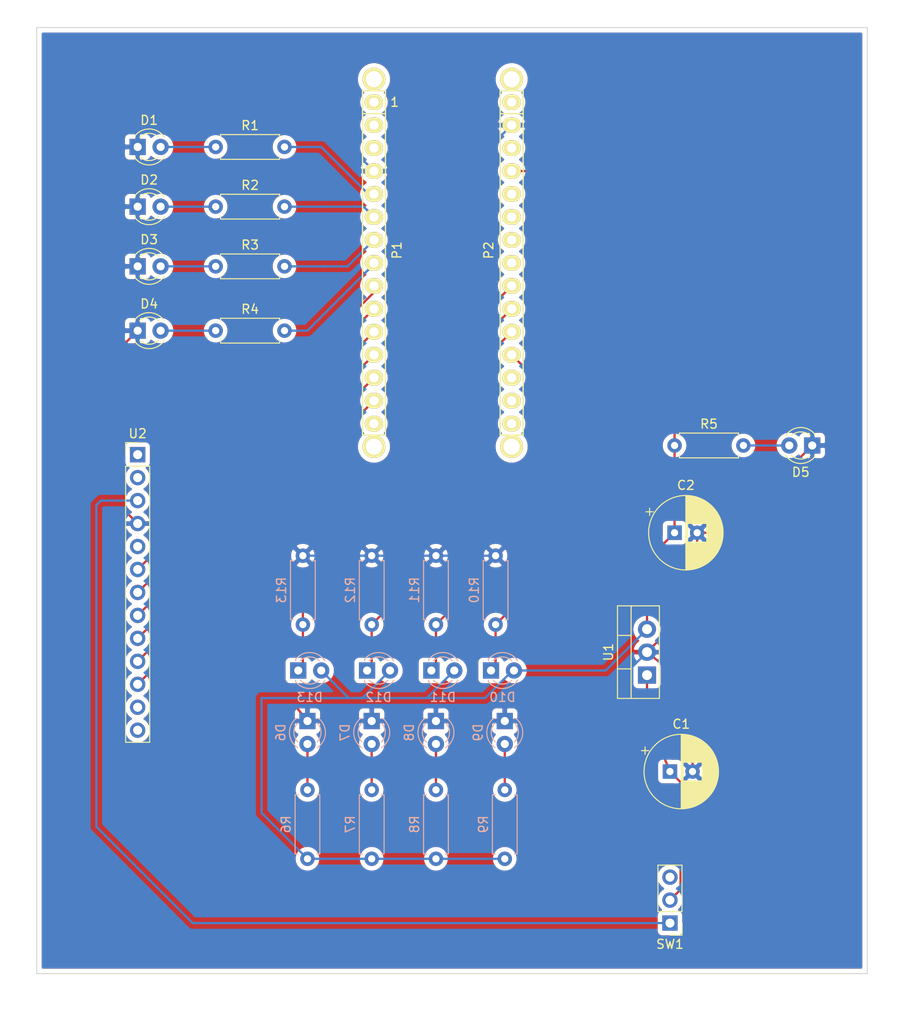
<source format=kicad_pcb>
(kicad_pcb (version 20171130) (host pcbnew "(5.1.10)-1")
  (title_block (date "jeu. 02 avril 2015"))
  (layers (0 F.Cu signal) (31 B.Cu signal) (34 B.Paste user) (35 F.Paste user) (36 B.SilkS user) (37 F.SilkS user) (38 B.Mask user) (39 F.Mask user) (44 Edge.Cuts user))
  (net 0 "")
  (net 1 "/1(Tx)")
  (net 2 "/0(Rx)")
  (net 3 /Reset)
  (net 4 GND)
  (net 5 /Vin)
  (net 6 +5V)
  (net 7 /A7)
  (net 8 /A6)
  (net 9 /A5)
  (net 10 /A4)
  (net 11 /AREF)
  (net 12 "/13(SCK)")
  (net 13 "Net-(P3-Pad1)")
  (net 14 "Net-(P4-Pad1)")
  (net 15 "Net-(P5-Pad1)")
  (net 16 "Net-(P6-Pad1)")
  (net 17 +3V3)
  (net 18 "/12(MISO)")
  (net 19 "Net-(C1-Pad1)")
  (net 20 "Net-(D1-Pad2)")
  (net 21 "Net-(D2-Pad2)")
  (net 22 "Net-(D3-Pad2)")
  (net 23 "Net-(D4-Pad2)")
  (net 24 "Net-(D5-Pad2)")
  (net 25 "Net-(D6-Pad2)")
  (net 26 "Net-(D7-Pad2)")
  (net 27 "Net-(D8-Pad2)")
  (net 28 "Net-(D9-Pad2)")
  (net 29 /ADC0)
  (net 30 /LED0)
  (net 31 /LED1)
  (net 32 /LED2)
  (net 33 /LED3)
  (net 34 /PWM_L)
  (net 35 /DIR0_L)
  (net 36 /DIR1_L)
  (net 37 /DIR0_R)
  (net 38 /DIR1_R)
  (net 39 /PWM_R)
  (net 40 /ADC3)
  (net 41 /ADC2)
  (net 42 +BATT)
  (net 43 /OUT4)
  (net 44 /OUT3)
  (net 45 /OUT2)
  (net 46 /OUT1)
  (net 47 /ADC1)
  (net 48 "Net-(U2-Pad5)")
  (module Connector_PinHeader_2.54mm:PinHeader_1x13_P2.54mm_Vertical (layer F.Cu) (at 113.284 110.236)
    (fp_text reference U2 (at 0 -2.33) (layer F.SilkS))
    (fp_text value L298N)
    (pad 13 thru_hole oval (at 0 30.48) (size 1.7 1.7) (drill 1) (layers *.Cu *.Mask) (net 44 /OUT3))
    (pad 12 thru_hole oval (at 0 27.94) (size 1.7 1.7) (drill 1) (layers *.Cu *.Mask) (net 43 /OUT4))
    (pad 11 thru_hole oval (at 0 25.4) (size 1.7 1.7) (drill 1) (layers *.Cu *.Mask) (net 39 /PWM_R))
    (pad 10 thru_hole oval (at 0 22.86) (size 1.7 1.7) (drill 1) (layers *.Cu *.Mask) (net 38 /DIR1_R))
    (pad 9 thru_hole oval (at 0 20.32) (size 1.7 1.7) (drill 1) (layers *.Cu *.Mask) (net 37 /DIR0_R))
    (pad 8 thru_hole oval (at 0 17.78) (size 1.7 1.7) (drill 1) (layers *.Cu *.Mask) (net 36 /DIR1_L))
    (pad 7 thru_hole oval (at 0 15.24) (size 1.7 1.7) (drill 1) (layers *.Cu *.Mask) (net 35 /DIR0_L))
    (pad 6 thru_hole oval (at 0 12.7) (size 1.7 1.7) (drill 1) (layers *.Cu *.Mask) (net 34 /PWM_L))
    (pad 5 thru_hole oval (at 0 10.16) (size 1.7 1.7) (drill 1) (layers *.Cu *.Mask) (net 48 "Net-(U2-Pad5)"))
    (pad 4 thru_hole oval (at 0 7.62) (size 1.7 1.7) (drill 1) (layers *.Cu *.Mask) (net 4 GND))
    (pad 3 thru_hole oval (at 0 5.08) (size 1.7 1.7) (drill 1) (layers *.Cu *.Mask) (net 42 +BATT))
    (pad 2 thru_hole oval (at 0 2.54) (size 1.7 1.7) (drill 1) (layers *.Cu *.Mask) (net 45 /OUT2))
    (pad 1 thru_hole rect (at 0 0) (size 1.7 1.7) (drill 1) (layers *.Cu *.Mask) (net 46 /OUT1))
  )
  (module Package_TO_SOT_THT:TO-220-3_Vertical (layer F.Cu) (at 169.672 134.62 90)
    (fp_text reference U1 (at 2.54 -4.27 90) (layer F.SilkS))
    (fp_text value LM7805_TO220)
    (pad 3 thru_hole oval (at 5.08 0 90) (size 1.905 2) (drill 1.1) (layers *.Cu *.Mask) (net 6 +5V))
    (pad 2 thru_hole oval (at 2.54 0 90) (size 1.905 2) (drill 1.1) (layers *.Cu *.Mask) (net 4 GND))
    (pad 1 thru_hole rect (at 0 0 90) (size 1.905 2) (drill 1.1) (layers *.Cu *.Mask) (net 19 "Net-(C1-Pad1)"))
  )
  (module Connector_PinHeader_2.54mm:PinHeader_1x03_P2.54mm_Vertical (layer F.Cu) (at 172.212 162.052 180)
    (fp_text reference SW1 (at 0 -2.33) (layer F.SilkS))
    (fp_text value SW_DIP_x01)
    (pad 3 thru_hole oval (at 0 5.08 180) (size 1.7 1.7) (drill 1) (layers *.Cu *.Mask))
    (pad 2 thru_hole oval (at 0 2.54 180) (size 1.7 1.7) (drill 1) (layers *.Cu *.Mask) (net 19 "Net-(C1-Pad1)"))
    (pad 1 thru_hole rect (at 0 0 180) (size 1.7 1.7) (drill 1) (layers *.Cu *.Mask) (net 42 +BATT))
  )
  (module Resistor_THT:R_Axial_DIN0207_L6.3mm_D2.5mm_P7.62mm_Horizontal (layer B.Cu) (at 131.572 121.412 270)
    (fp_text reference R13 (at 3.81 2.37 270) (layer B.SilkS) (effects (justify mirror)))
    (fp_text value 1k)
    (pad 2 thru_hole oval (at 7.62 0 270) (size 1.6 1.6) (drill 0.8) (layers *.Cu *.Mask) (net 40 /ADC3))
    (pad 1 thru_hole circle (at 0 0 270) (size 1.6 1.6) (drill 0.8) (layers *.Cu *.Mask) (net 4 GND))
  )
  (module Resistor_THT:R_Axial_DIN0207_L6.3mm_D2.5mm_P7.62mm_Horizontal (layer B.Cu) (at 139.192 121.412 270)
    (fp_text reference R12 (at 3.81 2.37 270) (layer B.SilkS) (effects (justify mirror)))
    (fp_text value 1k)
    (pad 2 thru_hole oval (at 7.62 0 270) (size 1.6 1.6) (drill 0.8) (layers *.Cu *.Mask) (net 41 /ADC2))
    (pad 1 thru_hole circle (at 0 0 270) (size 1.6 1.6) (drill 0.8) (layers *.Cu *.Mask) (net 4 GND))
  )
  (module Resistor_THT:R_Axial_DIN0207_L6.3mm_D2.5mm_P7.62mm_Horizontal (layer B.Cu) (at 146.304 121.412 270)
    (fp_text reference R11 (at 3.81 2.37 270) (layer B.SilkS) (effects (justify mirror)))
    (fp_text value 1k)
    (pad 2 thru_hole oval (at 7.62 0 270) (size 1.6 1.6) (drill 0.8) (layers *.Cu *.Mask) (net 47 /ADC1))
    (pad 1 thru_hole circle (at 0 0 270) (size 1.6 1.6) (drill 0.8) (layers *.Cu *.Mask) (net 4 GND))
  )
  (module Resistor_THT:R_Axial_DIN0207_L6.3mm_D2.5mm_P7.62mm_Horizontal (layer B.Cu) (at 152.908 121.412 270)
    (fp_text reference R10 (at 3.81 2.37 270) (layer B.SilkS) (effects (justify mirror)))
    (fp_text value 1k)
    (pad 2 thru_hole oval (at 7.62 0 270) (size 1.6 1.6) (drill 0.8) (layers *.Cu *.Mask) (net 29 /ADC0))
    (pad 1 thru_hole circle (at 0 0 270) (size 1.6 1.6) (drill 0.8) (layers *.Cu *.Mask) (net 4 GND))
  )
  (module Resistor_THT:R_Axial_DIN0207_L6.3mm_D2.5mm_P7.62mm_Horizontal (layer B.Cu) (at 153.924 147.32 270)
    (fp_text reference R9 (at 3.81 2.37 270) (layer B.SilkS) (effects (justify mirror)))
    (fp_text value 100)
    (pad 2 thru_hole oval (at 7.62 0 270) (size 1.6 1.6) (drill 0.8) (layers *.Cu *.Mask) (net 6 +5V))
    (pad 1 thru_hole circle (at 0 0 270) (size 1.6 1.6) (drill 0.8) (layers *.Cu *.Mask) (net 28 "Net-(D9-Pad2)"))
  )
  (module Resistor_THT:R_Axial_DIN0207_L6.3mm_D2.5mm_P7.62mm_Horizontal (layer B.Cu) (at 146.304 147.32 270)
    (fp_text reference R8 (at 3.81 2.37 270) (layer B.SilkS) (effects (justify mirror)))
    (fp_text value 100)
    (pad 2 thru_hole oval (at 7.62 0 270) (size 1.6 1.6) (drill 0.8) (layers *.Cu *.Mask) (net 6 +5V))
    (pad 1 thru_hole circle (at 0 0 270) (size 1.6 1.6) (drill 0.8) (layers *.Cu *.Mask) (net 27 "Net-(D8-Pad2)"))
  )
  (module Resistor_THT:R_Axial_DIN0207_L6.3mm_D2.5mm_P7.62mm_Horizontal (layer B.Cu) (at 139.192 147.32 270)
    (fp_text reference R7 (at 3.81 2.37 270) (layer B.SilkS) (effects (justify mirror)))
    (fp_text value 100)
    (pad 2 thru_hole oval (at 7.62 0 270) (size 1.6 1.6) (drill 0.8) (layers *.Cu *.Mask) (net 6 +5V))
    (pad 1 thru_hole circle (at 0 0 270) (size 1.6 1.6) (drill 0.8) (layers *.Cu *.Mask) (net 26 "Net-(D7-Pad2)"))
  )
  (module Resistor_THT:R_Axial_DIN0207_L6.3mm_D2.5mm_P7.62mm_Horizontal (layer B.Cu) (at 132.08 147.32 270)
    (fp_text reference R6 (at 3.81 2.37 270) (layer B.SilkS) (effects (justify mirror)))
    (fp_text value 100)
    (pad 2 thru_hole oval (at 7.62 0 270) (size 1.6 1.6) (drill 0.8) (layers *.Cu *.Mask) (net 6 +5V))
    (pad 1 thru_hole circle (at 0 0 270) (size 1.6 1.6) (drill 0.8) (layers *.Cu *.Mask) (net 25 "Net-(D6-Pad2)"))
  )
  (module Resistor_THT:R_Axial_DIN0207_L6.3mm_D2.5mm_P7.62mm_Horizontal (layer F.Cu) (at 172.72 109.22)
    (fp_text reference R5 (at 3.81 -2.37) (layer F.SilkS))
    (fp_text value 330)
    (pad 2 thru_hole oval (at 7.62 0) (size 1.6 1.6) (drill 0.8) (layers *.Cu *.Mask) (net 24 "Net-(D5-Pad2)"))
    (pad 1 thru_hole circle (at 0 0) (size 1.6 1.6) (drill 0.8) (layers *.Cu *.Mask) (net 6 +5V))
  )
  (module Resistor_THT:R_Axial_DIN0207_L6.3mm_D2.5mm_P7.62mm_Horizontal (layer F.Cu) (at 121.92 96.52)
    (fp_text reference R4 (at 3.81 -2.37) (layer F.SilkS))
    (fp_text value 300)
    (pad 2 thru_hole oval (at 7.62 0) (size 1.6 1.6) (drill 0.8) (layers *.Cu *.Mask) (net 33 /LED3))
    (pad 1 thru_hole circle (at 0 0) (size 1.6 1.6) (drill 0.8) (layers *.Cu *.Mask) (net 23 "Net-(D4-Pad2)"))
  )
  (module Resistor_THT:R_Axial_DIN0207_L6.3mm_D2.5mm_P7.62mm_Horizontal (layer F.Cu) (at 121.92 89.408)
    (fp_text reference R3 (at 3.81 -2.37) (layer F.SilkS))
    (fp_text value 300)
    (pad 2 thru_hole oval (at 7.62 0) (size 1.6 1.6) (drill 0.8) (layers *.Cu *.Mask) (net 32 /LED2))
    (pad 1 thru_hole circle (at 0 0) (size 1.6 1.6) (drill 0.8) (layers *.Cu *.Mask) (net 22 "Net-(D3-Pad2)"))
  )
  (module Resistor_THT:R_Axial_DIN0207_L6.3mm_D2.5mm_P7.62mm_Horizontal (layer F.Cu) (at 121.92 82.804)
    (fp_text reference R2 (at 3.81 -2.37) (layer F.SilkS))
    (fp_text value 300)
    (pad 2 thru_hole oval (at 7.62 0) (size 1.6 1.6) (drill 0.8) (layers *.Cu *.Mask) (net 31 /LED1))
    (pad 1 thru_hole circle (at 0 0) (size 1.6 1.6) (drill 0.8) (layers *.Cu *.Mask) (net 21 "Net-(D2-Pad2)"))
  )
  (module Resistor_THT:R_Axial_DIN0207_L6.3mm_D2.5mm_P7.62mm_Horizontal (layer F.Cu) (at 121.92 76.2)
    (fp_text reference R1 (at 3.81 -2.37) (layer F.SilkS))
    (fp_text value 300)
    (pad 2 thru_hole oval (at 7.62 0) (size 1.6 1.6) (drill 0.8) (layers *.Cu *.Mask) (net 30 /LED0))
    (pad 1 thru_hole circle (at 0 0) (size 1.6 1.6) (drill 0.8) (layers *.Cu *.Mask) (net 20 "Net-(D1-Pad2)"))
  )
  (module LED_THT:LED_D3.0mm (layer B.Cu) (at 131.064 134.112)
    (fp_text reference D13 (at 1.27 2.96) (layer B.SilkS) (effects (justify mirror)))
    (fp_text value ST_7L)
    (pad 2 thru_hole circle (at 2.54 0) (size 1.8 1.8) (drill 0.9) (layers *.Cu *.Mask) (net 6 +5V))
    (pad 1 thru_hole rect (at 0 0) (size 1.8 1.8) (drill 0.9) (layers *.Cu *.Mask) (net 40 /ADC3))
  )
  (module LED_THT:LED_D3.0mm (layer B.Cu) (at 138.684 134.112)
    (fp_text reference D12 (at 1.27 2.96) (layer B.SilkS) (effects (justify mirror)))
    (fp_text value ST_7L)
    (pad 2 thru_hole circle (at 2.54 0) (size 1.8 1.8) (drill 0.9) (layers *.Cu *.Mask) (net 6 +5V))
    (pad 1 thru_hole rect (at 0 0) (size 1.8 1.8) (drill 0.9) (layers *.Cu *.Mask) (net 41 /ADC2))
  )
  (module LED_THT:LED_D3.0mm (layer B.Cu) (at 145.796 134.112)
    (fp_text reference D11 (at 1.27 2.96) (layer B.SilkS) (effects (justify mirror)))
    (fp_text value ST_7L)
    (pad 2 thru_hole circle (at 2.54 0) (size 1.8 1.8) (drill 0.9) (layers *.Cu *.Mask) (net 6 +5V))
    (pad 1 thru_hole rect (at 0 0) (size 1.8 1.8) (drill 0.9) (layers *.Cu *.Mask) (net 47 /ADC1))
  )
  (module LED_THT:LED_D3.0mm (layer B.Cu) (at 152.4 134.112)
    (fp_text reference D10 (at 1.27 2.96) (layer B.SilkS) (effects (justify mirror)))
    (fp_text value ST_7L)
    (pad 2 thru_hole circle (at 2.54 0) (size 1.8 1.8) (drill 0.9) (layers *.Cu *.Mask) (net 6 +5V))
    (pad 1 thru_hole rect (at 0 0) (size 1.8 1.8) (drill 0.9) (layers *.Cu *.Mask) (net 29 /ADC0))
  )
  (module LED_THT:LED_D3.0mm (layer B.Cu) (at 153.924 139.7 270)
    (fp_text reference D9 (at 1.27 2.96 270) (layer B.SilkS) (effects (justify mirror)))
    (fp_text value EL-71)
    (pad 2 thru_hole circle (at 2.54 0 270) (size 1.8 1.8) (drill 0.9) (layers *.Cu *.Mask) (net 28 "Net-(D9-Pad2)"))
    (pad 1 thru_hole rect (at 0 0 270) (size 1.8 1.8) (drill 0.9) (layers *.Cu *.Mask) (net 4 GND))
  )
  (module LED_THT:LED_D3.0mm (layer B.Cu) (at 146.304 139.7 270)
    (fp_text reference D8 (at 1.27 2.96 270) (layer B.SilkS) (effects (justify mirror)))
    (fp_text value EL-71)
    (pad 2 thru_hole circle (at 2.54 0 270) (size 1.8 1.8) (drill 0.9) (layers *.Cu *.Mask) (net 27 "Net-(D8-Pad2)"))
    (pad 1 thru_hole rect (at 0 0 270) (size 1.8 1.8) (drill 0.9) (layers *.Cu *.Mask) (net 4 GND))
  )
  (module LED_THT:LED_D3.0mm (layer B.Cu) (at 139.192 139.7 270)
    (fp_text reference D7 (at 1.27 2.96 270) (layer B.SilkS) (effects (justify mirror)))
    (fp_text value EL-71)
    (pad 2 thru_hole circle (at 2.54 0 270) (size 1.8 1.8) (drill 0.9) (layers *.Cu *.Mask) (net 26 "Net-(D7-Pad2)"))
    (pad 1 thru_hole rect (at 0 0 270) (size 1.8 1.8) (drill 0.9) (layers *.Cu *.Mask) (net 4 GND))
  )
  (module LED_THT:LED_D3.0mm (layer B.Cu) (at 132.08 139.7 270)
    (fp_text reference D6 (at 1.27 2.96 270) (layer B.SilkS) (effects (justify mirror)))
    (fp_text value EL-71)
    (pad 2 thru_hole circle (at 2.54 0 270) (size 1.8 1.8) (drill 0.9) (layers *.Cu *.Mask) (net 25 "Net-(D6-Pad2)"))
    (pad 1 thru_hole rect (at 0 0 270) (size 1.8 1.8) (drill 0.9) (layers *.Cu *.Mask) (net 4 GND))
  )
  (module LED_THT:LED_D3.0mm (layer F.Cu) (at 187.96 109.22 180)
    (fp_text reference D5 (at 1.27 -2.96) (layer F.SilkS))
    (fp_text value LED)
    (pad 2 thru_hole circle (at 2.54 0 180) (size 1.8 1.8) (drill 0.9) (layers *.Cu *.Mask) (net 24 "Net-(D5-Pad2)"))
    (pad 1 thru_hole rect (at 0 0 180) (size 1.8 1.8) (drill 0.9) (layers *.Cu *.Mask) (net 4 GND))
  )
  (module LED_THT:LED_D3.0mm (layer F.Cu) (at 113.284 96.52)
    (fp_text reference D4 (at 1.27 -2.96) (layer F.SilkS))
    (fp_text value LED)
    (pad 2 thru_hole circle (at 2.54 0) (size 1.8 1.8) (drill 0.9) (layers *.Cu *.Mask) (net 23 "Net-(D4-Pad2)"))
    (pad 1 thru_hole rect (at 0 0) (size 1.8 1.8) (drill 0.9) (layers *.Cu *.Mask) (net 4 GND))
  )
  (module LED_THT:LED_D3.0mm (layer F.Cu) (at 113.284 89.408)
    (fp_text reference D3 (at 1.27 -2.96) (layer F.SilkS))
    (fp_text value LED)
    (pad 2 thru_hole circle (at 2.54 0) (size 1.8 1.8) (drill 0.9) (layers *.Cu *.Mask) (net 22 "Net-(D3-Pad2)"))
    (pad 1 thru_hole rect (at 0 0) (size 1.8 1.8) (drill 0.9) (layers *.Cu *.Mask) (net 4 GND))
  )
  (module LED_THT:LED_D3.0mm (layer F.Cu) (at 113.284 82.804)
    (fp_text reference D2 (at 1.27 -2.96) (layer F.SilkS))
    (fp_text value LED)
    (pad 2 thru_hole circle (at 2.54 0) (size 1.8 1.8) (drill 0.9) (layers *.Cu *.Mask) (net 21 "Net-(D2-Pad2)"))
    (pad 1 thru_hole rect (at 0 0) (size 1.8 1.8) (drill 0.9) (layers *.Cu *.Mask) (net 4 GND))
  )
  (module LED_THT:LED_D3.0mm (layer F.Cu) (at 113.284 76.2)
    (fp_text reference D1 (at 1.27 -2.96) (layer F.SilkS))
    (fp_text value LED)
    (pad 2 thru_hole circle (at 2.54 0) (size 1.8 1.8) (drill 0.9) (layers *.Cu *.Mask) (net 20 "Net-(D1-Pad2)"))
    (pad 1 thru_hole rect (at 0 0) (size 1.8 1.8) (drill 0.9) (layers *.Cu *.Mask) (net 4 GND))
  )
  (module Capacitor_THT:CP_Radial_D8.0mm_P2.50mm (layer F.Cu) (at 172.72 118.872)
    (fp_text reference C2 (at 1.25 -5.25) (layer F.SilkS))
    (fp_text value 0.1uF)
    (pad 2 thru_hole circle (at 2.5 0) (size 1.6 1.6) (drill 0.8) (layers *.Cu *.Mask) (net 4 GND))
    (pad 1 thru_hole rect (at 0 0) (size 1.6 1.6) (drill 0.8) (layers *.Cu *.Mask) (net 6 +5V))
  )
  (module Capacitor_THT:CP_Radial_D8.0mm_P2.50mm (layer F.Cu) (at 172.212 145.288)
    (fp_text reference C1 (at 1.25 -5.25) (layer F.SilkS))
    (fp_text value 0.33uF)
    (pad 2 thru_hole circle (at 2.5 0) (size 1.6 1.6) (drill 0.8) (layers *.Cu *.Mask) (net 4 GND))
    (pad 1 thru_hole rect (at 0 0) (size 1.6 1.6) (drill 0.8) (layers *.Cu *.Mask) (net 19 "Net-(C1-Pad1)"))
  )
  (module Socket_Arduino_Nano:1pin_Nano (layer F.Cu) (at 154.686 68.707)
    (fp_text reference P6 hide)
    (fp_text value CONN_01X01 hide)
    (pad 1 thru_hole circle (at 0 0) (size 2.54 2.54) (drill 1.778) (layers *.Cu *.Mask F.SilkS) (net 16 "Net-(P6-Pad1)"))
  )
  (module Socket_Arduino_Nano:Socket_Strip_Arduino_1x15 (layer F.Cu) (at 139.446 71.247 270)
    (fp_text reference P1 (at 16.383 -2.54 270) (layer F.SilkS))
    (fp_text value Digital)
    (pad 1 thru_hole oval (at 0 0 270) (size 1.7272 2.032) (drill 1.016) (layers *.Cu *.Mask F.SilkS) (net 1 "/1(Tx)"))
    (pad 2 thru_hole oval (at 2.54 0 270) (size 1.7272 2.032) (drill 1.016) (layers *.Cu *.Mask F.SilkS) (net 2 "/0(Rx)"))
    (pad 3 thru_hole oval (at 5.08 0 270) (size 1.7272 2.032) (drill 1.016) (layers *.Cu *.Mask F.SilkS) (net 3 /Reset))
    (pad 4 thru_hole oval (at 7.62 0 270) (size 1.7272 2.032) (drill 1.016) (layers *.Cu *.Mask F.SilkS) (net 4 GND))
    (pad 5 thru_hole oval (at 10.16 0 270) (size 1.7272 2.032) (drill 1.016) (layers *.Cu *.Mask F.SilkS) (net 30 /LED0))
    (pad 6 thru_hole oval (at 12.7 0 270) (size 1.7272 2.032) (drill 1.016) (layers *.Cu *.Mask F.SilkS) (net 31 /LED1))
    (pad 7 thru_hole oval (at 15.24 0 270) (size 1.7272 2.032) (drill 1.016) (layers *.Cu *.Mask F.SilkS) (net 32 /LED2))
    (pad 8 thru_hole oval (at 17.78 0 270) (size 1.7272 2.032) (drill 1.016) (layers *.Cu *.Mask F.SilkS) (net 33 /LED3))
    (pad 9 thru_hole oval (at 20.32 0 270) (size 1.7272 2.032) (drill 1.016) (layers *.Cu *.Mask F.SilkS) (net 34 /PWM_L))
    (pad 10 thru_hole oval (at 22.86 0 270) (size 1.7272 2.032) (drill 1.016) (layers *.Cu *.Mask F.SilkS) (net 35 /DIR0_L))
    (pad 11 thru_hole oval (at 25.4 0 270) (size 1.7272 2.032) (drill 1.016) (layers *.Cu *.Mask F.SilkS) (net 36 /DIR1_L))
    (pad 12 thru_hole oval (at 27.94 0 270) (size 1.7272 2.032) (drill 1.016) (layers *.Cu *.Mask F.SilkS) (net 37 /DIR0_R))
    (pad 13 thru_hole oval (at 30.48 0 270) (size 1.7272 2.032) (drill 1.016) (layers *.Cu *.Mask F.SilkS) (net 38 /DIR1_R))
    (pad 14 thru_hole oval (at 33.02 0 270) (size 1.7272 2.032) (drill 1.016) (layers *.Cu *.Mask F.SilkS) (net 39 /PWM_R))
    (pad 15 thru_hole oval (at 35.56 0 270) (size 1.7272 2.032) (drill 1.016) (layers *.Cu *.Mask F.SilkS) (net 18 "/12(MISO)"))
  )
  (module Socket_Arduino_Nano:Socket_Strip_Arduino_1x15 (layer F.Cu) (at 154.686 71.247 270)
    (fp_text reference P2 (at 16.383 2.54 270) (layer F.SilkS))
    (fp_text value Analog)
    (pad 1 thru_hole oval (at 0 0 270) (size 1.7272 2.032) (drill 1.016) (layers *.Cu *.Mask F.SilkS) (net 5 /Vin))
    (pad 2 thru_hole oval (at 2.54 0 270) (size 1.7272 2.032) (drill 1.016) (layers *.Cu *.Mask F.SilkS) (net 4 GND))
    (pad 3 thru_hole oval (at 5.08 0 270) (size 1.7272 2.032) (drill 1.016) (layers *.Cu *.Mask F.SilkS) (net 3 /Reset))
    (pad 4 thru_hole oval (at 7.62 0 270) (size 1.7272 2.032) (drill 1.016) (layers *.Cu *.Mask F.SilkS) (net 6 +5V))
    (pad 5 thru_hole oval (at 10.16 0 270) (size 1.7272 2.032) (drill 1.016) (layers *.Cu *.Mask F.SilkS) (net 7 /A7))
    (pad 6 thru_hole oval (at 12.7 0 270) (size 1.7272 2.032) (drill 1.016) (layers *.Cu *.Mask F.SilkS) (net 8 /A6))
    (pad 7 thru_hole oval (at 15.24 0 270) (size 1.7272 2.032) (drill 1.016) (layers *.Cu *.Mask F.SilkS) (net 9 /A5))
    (pad 8 thru_hole oval (at 17.78 0 270) (size 1.7272 2.032) (drill 1.016) (layers *.Cu *.Mask F.SilkS) (net 10 /A4))
    (pad 9 thru_hole oval (at 20.32 0 270) (size 1.7272 2.032) (drill 1.016) (layers *.Cu *.Mask F.SilkS) (net 40 /ADC3))
    (pad 10 thru_hole oval (at 22.86 0 270) (size 1.7272 2.032) (drill 1.016) (layers *.Cu *.Mask F.SilkS) (net 41 /ADC2))
    (pad 11 thru_hole oval (at 25.4 0 270) (size 1.7272 2.032) (drill 1.016) (layers *.Cu *.Mask F.SilkS) (net 47 /ADC1))
    (pad 12 thru_hole oval (at 27.94 0 270) (size 1.7272 2.032) (drill 1.016) (layers *.Cu *.Mask F.SilkS) (net 29 /ADC0))
    (pad 13 thru_hole oval (at 30.48 0 270) (size 1.7272 2.032) (drill 1.016) (layers *.Cu *.Mask F.SilkS) (net 11 /AREF))
    (pad 14 thru_hole oval (at 33.02 0 270) (size 1.7272 2.032) (drill 1.016) (layers *.Cu *.Mask F.SilkS) (net 17 +3V3))
    (pad 15 thru_hole oval (at 35.56 0 270) (size 1.7272 2.032) (drill 1.016) (layers *.Cu *.Mask F.SilkS) (net 12 "/13(SCK)"))
  )
  (module Socket_Arduino_Nano:1pin_Nano (layer F.Cu) (at 139.446 68.707)
    (fp_text reference P3 hide)
    (fp_text value CONN_01X01 hide)
    (pad 1 thru_hole circle (at 0 0) (size 2.54 2.54) (drill 1.778) (layers *.Cu *.Mask F.SilkS) (net 13 "Net-(P3-Pad1)"))
  )
  (module Socket_Arduino_Nano:1pin_Nano (layer F.Cu) (at 139.446 109.347)
    (fp_text reference P4 hide)
    (fp_text value CONN_01X01 hide)
    (pad 1 thru_hole circle (at 0 0) (size 2.54 2.54) (drill 1.778) (layers *.Cu *.Mask F.SilkS) (net 14 "Net-(P4-Pad1)"))
  )
  (module Socket_Arduino_Nano:1pin_Nano (layer F.Cu) (at 154.686 109.347)
    (fp_text reference P5 hide)
    (fp_text value CONN_01X01 hide)
    (pad 1 thru_hole circle (at 0 0) (size 2.54 2.54) (drill 1.778) (layers *.Cu *.Mask F.SilkS) (net 15 "Net-(P5-Pad1)"))
  )
  (gr_line (start 102.108 62.992) (end 103.124 62.992) (layer Edge.Cuts) (width 0.1))
  (gr_line (start 102.108 167.64) (end 102.108 62.992) (layer Edge.Cuts) (width 0.1))
  (gr_line (start 194.056 167.64) (end 102.108 167.64) (layer Edge.Cuts) (width 0.1))
  (gr_line (start 194.056 62.992) (end 194.056 167.64) (layer Edge.Cuts) (width 0.1))
  (gr_line (start 103.124 62.992) (end 194.056 62.992) (layer Edge.Cuts) (width 0.1))
  (gr_text 1 (at 141.732 71.247) (layer F.SilkS) (effects (font (size 1 1))))
  (segment (start 175.22 126.532) (end 175.22 118.872) (width 0.25) (layer F.Cu) (net 4))
  (segment (start 169.672 132.08) (end 175.22 126.532) (width 0.25) (layer F.Cu) (net 4))
  (segment (start 178.308 118.872) (end 187.96 109.22) (width 0.25) (layer F.Cu) (net 4))
  (segment (start 175.22 118.872) (end 178.308 118.872) (width 0.25) (layer F.Cu) (net 4))
  (segment (start 174.752 136.144) (end 169.672 132.08) (width 0.25) (layer F.Cu) (net 4))
  (segment (start 174.712 145.288) (end 174.752 136.144) (width 0.25) (layer F.Cu) (net 4))
  (segment (start 113.284 76.2) (end 113.284 82.804) (width 0.25) (layer F.Cu) (net 4))
  (segment (start 113.284 82.804) (end 113.284 89.408) (width 0.25) (layer F.Cu) (net 4))
  (segment (start 113.284 89.408) (end 113.284 96.52) (width 0.25) (layer F.Cu) (net 4))
  (segment (start 132.08 139.7) (end 139.192 139.7) (width 0.25) (layer B.Cu) (net 4))
  (segment (start 139.192 139.7) (end 146.304 139.7) (width 0.25) (layer B.Cu) (net 4))
  (segment (start 146.304 139.7) (end 153.924 139.7) (width 0.25) (layer B.Cu) (net 4))
  (segment (start 113.284 96.52) (end 109.22 100.584) (width 0.25) (layer F.Cu) (net 4))
  (segment (start 109.22 113.792) (end 113.284 117.856) (width 0.25) (layer F.Cu) (net 4))
  (segment (start 109.22 100.584) (end 109.22 113.792) (width 0.25) (layer F.Cu) (net 4))
  (segment (start 128.016 117.856) (end 131.572 121.412) (width 0.25) (layer B.Cu) (net 4))
  (segment (start 113.284 117.856) (end 128.016 117.856) (width 0.25) (layer B.Cu) (net 4))
  (segment (start 131.572 121.412) (end 139.192 121.412) (width 0.25) (layer B.Cu) (net 4))
  (segment (start 146.304 121.412) (end 139.192 121.412) (width 0.25) (layer B.Cu) (net 4))
  (segment (start 146.304 121.412) (end 152.908 121.412) (width 0.25) (layer B.Cu) (net 4))
  (segment (start 169.672 132.08) (end 172.212 132.08) (width 0.25) (layer F.Cu) (net 4))
  (segment (start 187.96 116.332) (end 187.96 109.22) (width 0.25) (layer F.Cu) (net 4))
  (segment (start 172.212 132.08) (end 187.96 116.332) (width 0.25) (layer F.Cu) (net 4))
  (segment (start 132.715 72.136) (end 139.446 78.867) (width 0.25) (layer B.Cu) (net 4))
  (segment (start 113.284 72.136) (end 132.715 72.136) (width 0.25) (layer B.Cu) (net 4))
  (segment (start 113.284 76.2) (end 113.284 72.136) (width 0.25) (layer B.Cu) (net 4))
  (segment (start 149.606 78.867) (end 154.686 73.787) (width 0.25) (layer B.Cu) (net 4))
  (segment (start 139.446 78.867) (end 149.606 78.867) (width 0.25) (layer B.Cu) (net 4))
  (segment (start 162.052 139.7) (end 169.672 132.08) (width 0.25) (layer B.Cu) (net 4))
  (segment (start 153.924 139.7) (end 162.052 139.7) (width 0.25) (layer B.Cu) (net 4))
  (segment (start 125.984 128.016) (end 125.984 132.08) (width 0.25) (layer F.Cu) (net 4))
  (segment (start 125.984 132.08) (end 132.08 139.7) (width 0.25) (layer F.Cu) (net 4))
  (segment (start 131.572 121.412) (end 125.984 128.016) (width 0.25) (layer F.Cu) (net 4))
  (segment (start 169.672 121.92) (end 172.72 118.872) (width 0.25) (layer F.Cu) (net 6))
  (segment (start 169.672 129.54) (end 169.672 121.92) (width 0.25) (layer F.Cu) (net 6))
  (segment (start 172.72 109.22) (end 172.72 118.872) (width 0.25) (layer F.Cu) (net 6))
  (segment (start 133.604 134.112) (end 136.652 137.16) (width 0.25) (layer B.Cu) (net 6))
  (segment (start 136.652 137.16) (end 137.668 137.16) (width 0.25) (layer B.Cu) (net 6))
  (segment (start 137.668 137.16) (end 146.812 137.16) (width 0.25) (layer B.Cu) (net 6))
  (segment (start 138.176 137.16) (end 137.668 137.16) (width 0.25) (layer B.Cu) (net 6))
  (segment (start 141.224 134.112) (end 138.176 137.16) (width 0.25) (layer B.Cu) (net 6))
  (segment (start 148.336 134.112) (end 145.288 137.16) (width 0.25) (layer B.Cu) (net 6))
  (segment (start 145.288 137.16) (end 146.812 137.16) (width 0.25) (layer B.Cu) (net 6))
  (segment (start 151.737002 137.16) (end 154.785002 134.112) (width 0.25) (layer B.Cu) (net 6))
  (segment (start 154.785002 134.112) (end 154.94 134.112) (width 0.25) (layer B.Cu) (net 6))
  (segment (start 146.812 137.16) (end 151.737002 137.16) (width 0.25) (layer B.Cu) (net 6))
  (segment (start 132.08 154.94) (end 139.192 154.94) (width 0.25) (layer B.Cu) (net 6))
  (segment (start 146.304 154.94) (end 139.192 154.94) (width 0.25) (layer B.Cu) (net 6))
  (segment (start 146.304 154.94) (end 153.924 154.94) (width 0.25) (layer B.Cu) (net 6))
  (segment (start 172.72 109.22) (end 172.72 89.916) (width 0.25) (layer F.Cu) (net 6))
  (segment (start 161.671 78.867) (end 154.686 78.867) (width 0.25) (layer F.Cu) (net 6))
  (segment (start 172.72 89.916) (end 161.671 78.867) (width 0.25) (layer F.Cu) (net 6))
  (segment (start 165.1 134.112) (end 169.672 129.54) (width 0.25) (layer B.Cu) (net 6))
  (segment (start 154.94 134.112) (end 165.1 134.112) (width 0.25) (layer B.Cu) (net 6))
  (segment (start 127 137.16) (end 127 149.86) (width 0.25) (layer B.Cu) (net 6))
  (segment (start 127 149.86) (end 132.08 154.94) (width 0.25) (layer B.Cu) (net 6))
  (segment (start 136.652 137.16) (end 127 137.16) (width 0.25) (layer B.Cu) (net 6))
  (segment (start 169.672 139.192) (end 169.672 134.62) (width 0.25) (layer F.Cu) (net 19))
  (segment (start 172.212 145.288) (end 169.672 139.192) (width 0.25) (layer F.Cu) (net 19))
  (segment (start 173.387001 146.463001) (end 173.387001 158.336999) (width 0.25) (layer F.Cu) (net 19))
  (segment (start 173.387001 158.336999) (end 172.212 159.512) (width 0.25) (layer F.Cu) (net 19))
  (segment (start 172.212 145.288) (end 173.387001 146.463001) (width 0.25) (layer F.Cu) (net 19))
  (segment (start 115.824 76.2) (end 121.92 76.2) (width 0.25) (layer B.Cu) (net 20))
  (segment (start 115.824 82.804) (end 121.92 82.804) (width 0.25) (layer B.Cu) (net 21))
  (segment (start 115.824 89.408) (end 121.92 89.408) (width 0.25) (layer B.Cu) (net 22))
  (segment (start 115.824 96.52) (end 121.92 96.52) (width 0.25) (layer B.Cu) (net 23))
  (segment (start 180.34 109.22) (end 185.42 109.22) (width 0.25) (layer B.Cu) (net 24))
  (segment (start 132.08 142.24) (end 132.08 147.32) (width 0.25) (layer F.Cu) (net 25))
  (segment (start 139.192 142.24) (end 139.192 147.32) (width 0.25) (layer F.Cu) (net 26))
  (segment (start 146.304 142.24) (end 146.304 147.32) (width 0.25) (layer F.Cu) (net 27))
  (segment (start 153.924 142.24) (end 153.924 147.32) (width 0.25) (layer F.Cu) (net 28))
  (segment (start 152.908 133.604) (end 152.4 134.112) (width 0.25) (layer F.Cu) (net 29))
  (segment (start 152.908 129.032) (end 152.908 133.604) (width 0.25) (layer F.Cu) (net 29))
  (segment (start 152.908 129.032) (end 158.496 123.444) (width 0.25) (layer F.Cu) (net 29))
  (segment (start 158.496 102.997) (end 154.686 99.187) (width 0.25) (layer F.Cu) (net 29))
  (segment (start 158.496 123.444) (end 158.496 102.997) (width 0.25) (layer F.Cu) (net 29))
  (segment (start 138.811 81.407) (end 139.446 81.407) (width 0.25) (layer B.Cu) (net 30))
  (segment (start 133.604 76.2) (end 138.811 81.407) (width 0.25) (layer B.Cu) (net 30))
  (segment (start 133.604 76.2) (end 129.54 76.2) (width 0.25) (layer B.Cu) (net 30))
  (segment (start 138.303 82.804) (end 139.446 83.947) (width 0.25) (layer B.Cu) (net 31))
  (segment (start 133.604 82.804) (end 138.303 82.804) (width 0.25) (layer B.Cu) (net 31))
  (segment (start 129.54 82.804) (end 133.604 82.804) (width 0.25) (layer B.Cu) (net 31))
  (segment (start 133.604 82.804) (end 134.112 82.804) (width 0.25) (layer B.Cu) (net 31))
  (segment (start 136.525 89.408) (end 139.446 86.487) (width 0.25) (layer B.Cu) (net 32))
  (segment (start 133.604 89.408) (end 136.525 89.408) (width 0.25) (layer B.Cu) (net 32))
  (segment (start 129.54 89.408) (end 134.112 89.408) (width 0.25) (layer B.Cu) (net 32))
  (segment (start 129.54 96.52) (end 132.08 96.52) (width 0.25) (layer B.Cu) (net 33))
  (segment (start 139.446 89.154) (end 139.446 89.027) (width 0.25) (layer B.Cu) (net 33))
  (segment (start 132.08 96.52) (end 139.446 89.154) (width 0.25) (layer B.Cu) (net 33))
  (segment (start 113.284 122.936) (end 129.032 107.188) (width 0.25) (layer F.Cu) (net 34))
  (segment (start 139.446 92.273652) (end 139.446 91.567) (width 0.25) (layer F.Cu) (net 34))
  (segment (start 129.032 102.687652) (end 139.446 92.273652) (width 0.25) (layer F.Cu) (net 34))
  (segment (start 129.032 107.188) (end 129.032 102.687652) (width 0.25) (layer F.Cu) (net 34))
  (segment (start 129.48201 104.07099) (end 139.446 94.107) (width 0.25) (layer F.Cu) (net 35))
  (segment (start 129.48201 109.27799) (end 129.48201 104.07099) (width 0.25) (layer F.Cu) (net 35))
  (segment (start 113.284 125.476) (end 129.48201 109.27799) (width 0.25) (layer F.Cu) (net 35))
  (segment (start 129.93202 106.16098) (end 139.446 96.647) (width 0.25) (layer F.Cu) (net 36))
  (segment (start 129.93202 111.36798) (end 129.93202 106.16098) (width 0.25) (layer F.Cu) (net 36))
  (segment (start 113.284 128.016) (end 129.93202 111.36798) (width 0.25) (layer F.Cu) (net 36))
  (segment (start 130.38203 108.25097) (end 139.446 99.187) (width 0.25) (layer F.Cu) (net 37))
  (segment (start 130.38203 113.45797) (end 130.38203 108.25097) (width 0.25) (layer F.Cu) (net 37))
  (segment (start 113.284 130.556) (end 130.38203 113.45797) (width 0.25) (layer F.Cu) (net 37))
  (segment (start 130.83204 110.34096) (end 139.446 101.727) (width 0.25) (layer F.Cu) (net 38))
  (segment (start 130.83204 115.54796) (end 130.83204 110.34096) (width 0.25) (layer F.Cu) (net 38))
  (segment (start 113.284 133.096) (end 130.83204 115.54796) (width 0.25) (layer F.Cu) (net 38))
  (segment (start 131.28205 112.43095) (end 139.446 104.267) (width 0.25) (layer F.Cu) (net 39))
  (segment (start 131.28205 117.63795) (end 131.28205 112.43095) (width 0.25) (layer F.Cu) (net 39))
  (segment (start 113.284 135.636) (end 131.28205 117.63795) (width 0.25) (layer F.Cu) (net 39))
  (segment (start 131.572 133.604) (end 131.064 134.112) (width 0.25) (layer F.Cu) (net 40))
  (segment (start 131.572 129.032) (end 131.572 133.604) (width 0.25) (layer F.Cu) (net 40))
  (segment (start 131.572 127.366998) (end 135.636 123.302998) (width 0.25) (layer F.Cu) (net 40))
  (segment (start 131.572 129.032) (end 131.572 127.366998) (width 0.25) (layer F.Cu) (net 40))
  (segment (start 135.636 123.302998) (end 135.636 119.38) (width 0.25) (layer F.Cu) (net 40))
  (segment (start 135.636 119.38) (end 149.352 105.664) (width 0.25) (layer F.Cu) (net 40))
  (segment (start 149.352 96.901) (end 154.686 91.567) (width 0.25) (layer F.Cu) (net 40))
  (segment (start 149.352 105.664) (end 149.352 96.901) (width 0.25) (layer F.Cu) (net 40))
  (segment (start 139.192 133.604) (end 138.684 134.112) (width 0.25) (layer F.Cu) (net 41))
  (segment (start 139.192 129.032) (end 139.192 133.604) (width 0.25) (layer F.Cu) (net 41))
  (segment (start 139.192 129.032) (end 143.256 124.968) (width 0.25) (layer F.Cu) (net 41))
  (segment (start 143.256 124.968) (end 143.256 114.3) (width 0.25) (layer F.Cu) (net 41))
  (segment (start 143.256 114.3) (end 150.876 106.68) (width 0.25) (layer F.Cu) (net 41))
  (segment (start 150.876 97.917) (end 154.686 94.107) (width 0.25) (layer F.Cu) (net 41))
  (segment (start 150.876 106.68) (end 150.876 97.917) (width 0.25) (layer F.Cu) (net 41))
  (segment (start 119.38 162.052) (end 172.212 162.052) (width 0.25) (layer B.Cu) (net 42))
  (segment (start 108.712 151.384) (end 119.38 162.052) (width 0.25) (layer B.Cu) (net 42))
  (segment (start 108.712 115.824) (end 108.712 151.384) (width 0.25) (layer B.Cu) (net 42))
  (segment (start 109.22 115.316) (end 108.712 115.824) (width 0.25) (layer B.Cu) (net 42))
  (segment (start 113.284 115.316) (end 109.22 115.316) (width 0.25) (layer B.Cu) (net 42))
  (segment (start 146.304 133.604) (end 145.796 134.112) (width 0.25) (layer F.Cu) (net 47))
  (segment (start 146.304 129.032) (end 146.304 133.604) (width 0.25) (layer F.Cu) (net 47))
  (segment (start 146.304 129.032) (end 148.336 127) (width 0.25) (layer F.Cu) (net 47))
  (segment (start 148.336 127) (end 148.336 111.252) (width 0.25) (layer F.Cu) (net 47))
  (segment (start 148.336 111.252) (end 152.4 107.188) (width 0.25) (layer F.Cu) (net 47))
  (segment (start 152.4 98.933) (end 154.686 96.647) (width 0.25) (layer F.Cu) (net 47))
  (segment (start 152.4 107.188) (end 152.4 98.933) (width 0.25) (layer F.Cu) (net 47))
  (zone (net 4) (net_name GND) (layer F.Cu) (connect_pads (clearance 0.508)) (min_thickness 0.254) (fill yes (arc_segments 32) (thermal_gap 0.508) (thermal_bridge_width 0.508))
    (polygon (pts (xy 196.596 61.976) (xy 196.596 170.18) (xy 99.568 170.18) (xy 99.568 61.468)))
  )
  (zone (net 4) (net_name GND) (layer B.Cu) (connect_pads (clearance 0.508)) (min_thickness 0.254) (fill yes (arc_segments 32) (thermal_gap 0.508) (thermal_bridge_width 0.508))
    (polygon (pts (xy 198.12 171.704) (xy 98.044 173.228) (xy 98.044 59.944) (xy 198.12 60.452)))
  )
)
</source>
